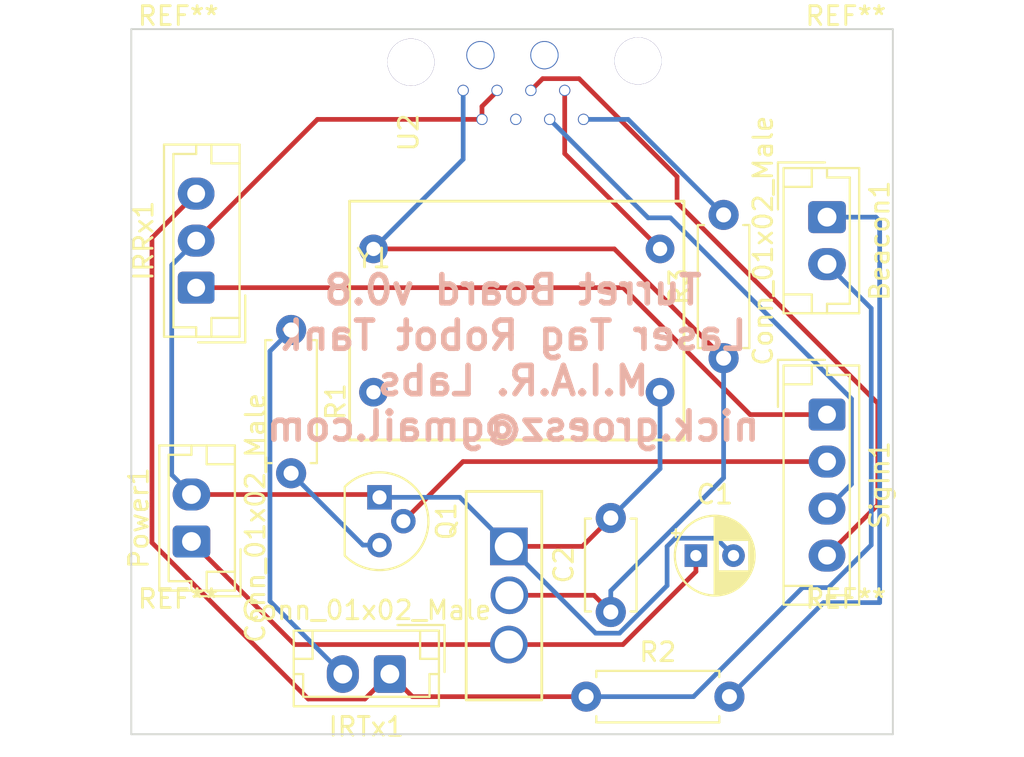
<source format=kicad_pcb>
(kicad_pcb (version 20211014) (generator pcbnew)
  (layers (0 "F.Cu" signal) (31 "B.Cu" signal) (34 "B.Paste" user) (35 "F.Paste" user) (36 "B.SilkS" user "B.Silkscreen") (37 "F.SilkS" user "F.Silkscreen") (38 "B.Mask" user) (39 "F.Mask" user) (44 "Edge.Cuts" user))
  (net 0 "")
  (net 1 "Beacon")
  (net 2 "GND")
  (net 3 "3.3V")
  (net 4 "IRSig")
  (net 5 "SDA")
  (net 6 "SLC")
  (net 7 "IRTx")
  (net 8 "5V")
  (net 9 "IRRx")
  (net 10 "RESET")
  (net 11 "Net-(U2-Pad7)")
  (net 12 "Net-(C1-Pad1)")
  (net 13 "Net-(Q1-Pad3)")
  (footprint "custom:pixart_ir" (layer "F.Cu") (at 195.25 92.5 90)
    (fp_text reference "U2" (at 0 0.5 90) (layer "F.SilkS"))
    (fp_text value "pixart_ir")
    (pad "1" thru_hole circle locked (at 2.24 3.4 90) (size 0.6 0.6) (drill 0.5) (layers *.Cu *.Mask) (net 3 "3.3V"))
    (pad "2" thru_hole circle locked (at 0.7 4.4 90) (size 0.6 0.6) (drill 0.5) (layers *.Cu *.Mask) (net 2 "GND"))
    (pad "3" thru_hole circle locked (at 2.24 5.2 90) (size 0.6 0.6) (drill 0.5) (layers *.Cu *.Mask) (net 2 "GND"))
    (pad "4" thru_hole circle locked (at 0.7 6.2 90) (size 0.6 0.6) (drill 0.5) (layers *.Cu *.Mask))
    (pad "5" thru_hole circle locked (at 2.24 7 90) (size 0.6 0.6) (drill 0.5) (layers *.Cu *.Mask) (net 6 "SLC"))
    (pad "6" thru_hole circle locked (at 0.7 8 90) (size 0.6 0.6) (drill 0.5) (layers *.Cu *.Mask) (net 5 "SDA"))
    (pad "7" thru_hole circle locked (at 2.24 8.8 90) (size 0.6 0.6) (drill 0.5) (layers *.Cu *.Mask) (net 11 "Net-(U2-Pad7)"))
    (pad "8" thru_hole circle locked (at 0.7 9.8 90) (size 0.6 0.6) (drill 0.5) (layers *.Cu *.Mask) (net 10 "RESET"))
    (pad "9" thru_hole circle locked (at 4.1148 4.318 90) (size 1.5 1.5) (drill 1.4) (layers *.Mask "B.Cu"))
    (pad "9" thru_hole circle locked (at 3.81 12.7 90) (size 2.5 2.5) (drill 2.49) (layers *.Cu *.Mask))
    (pad "9" thru_hole circle locked (at 3.74 0.62 90) (size 2.5 2.5) (drill 2.49) (layers *.Cu *.Mask))
    (pad "9" thru_hole circle locked (at 4.1148 7.7216 90) (size 1.5 1.5) (drill 1.4) (layers *.Mask "B.Cu"))
  )
  (footprint "custom:R_Axial_DIN0207_L6.3mm_D2.5mm_P7.62mm_Horizontal" (layer "F.Cu") (at 189.5 103 -90)
    (fp_text reference "R1" (at 3.81 -2.37 90) (layer "F.SilkS"))
    (fp_text value "R")
    (fp_line (start 0.54 -1.37) (end 7.08 -1.37) (layer "F.SilkS") (width 0.12))
    (fp_line (start 0.54 -1.04) (end 0.54 -1.37) (layer "F.SilkS") (width 0.12))
    (fp_line (start 0.54 1.37) (end 7.08 1.37) (layer "F.SilkS") (width 0.12))
    (fp_line (start 7.08 1.37) (end 7.08 1.04) (layer "F.SilkS") (width 0.12))
    (fp_line (start 7.08 -1.37) (end 7.08 -1.04) (layer "F.SilkS") (width 0.12))
    (fp_line (start 0.54 1.04) (end 0.54 1.37) (layer "F.SilkS") (width 0.12))
    (pad "1" thru_hole circle locked (at 0 0 270) (size 1.6 1.6) (drill 0.8) (layers *.Cu *.Mask) (net 7 "IRTx"))
    (pad "2" thru_hole oval locked (at 7.62 0 270) (size 1.6 1.6) (drill 0.8) (layers *.Cu *.Mask) (net 13 "Net-(Q1-Pad3)"))
  )
  (footprint "custom:LD1117" (layer "F.Cu") (at 202 113.5 -90)
    (fp_text reference "U1" hide)
    (fp_text value "LD1117")
    (fp_rect (start -1.915 -0.83) (end 9.175 3.19) (layer "F.SilkS") (width 0.15) (fill none))
    (pad "1" thru_hole rect (at 1.01 0.92 270) (size 2 2) (drill 1.5) (layers *.Cu *.Mask) (net 2 "GND"))
    (pad "2" thru_hole circle (at 3.61 0.89 270) (size 2 2) (drill 1.5) (layers *.Cu *.Mask) (net 3 "3.3V"))
    (pad "3" thru_hole circle (at 6.23 0.92 270) (size 2 2) (drill 1.5) (layers *.Cu *.Mask) (net 12 "Net-(C1-Pad1)"))
  )
  (footprint "MountingHole:MountingHole_2.2mm_M2" (layer "F.Cu") (at 219 89.5)
    (fp_text reference "REF**" (at 0 -3.2) (layer "F.SilkS"))
    (fp_text value "MountingHole_2.2mm_M2")
    (pad "" np_thru_hole circle (at 0 0) (size 2.2 2.2) (drill 2.2) (layers *.Cu *.Mask))
  )
  (footprint "custom:JST_EH_B4B-EH-A_1x04_P2.50mm_Vertical" (layer "F.Cu") (at 218 107.5 -90)
    (fp_text reference "SigIn1" (at 3.75 -2.8 90) (layer "F.SilkS"))
    (fp_text value "Conn_01x04_Male")
    (fp_line (start -2.61 0) (end -2.11 0) (layer "F.SilkS") (width 0.12))
    (fp_line (start -2.11 0) (end -2.11 -1.21) (layer "F.SilkS") (width 0.12))
    (fp_line (start 10.11 -1.71) (end -2.61 -1.71) (layer "F.SilkS") (width 0.12))
    (fp_line (start 10.11 0.81) (end 9.11 0.81) (layer "F.SilkS") (width 0.12))
    (fp_line (start -2.91 0.11) (end -2.91 2.61) (layer "F.SilkS") (width 0.12))
    (fp_line (start -2.11 -1.21) (end 9.61 -1.21) (layer "F.SilkS") (width 0.12))
    (fp_line (start -2.61 0.81) (end -1.61 0.81) (layer "F.SilkS") (width 0.12))
    (fp_line (start 10.11 2.31) (end 10.11 -1.71) (layer "F.SilkS") (width 0.12))
    (fp_line (start 9.11 0.81) (end 9.11 2.31) (layer "F.SilkS") (width 0.12))
    (fp_line (start -2.61 -1.71) (end -2.61 2.31) (layer "F.SilkS") (width 0.12))
    (fp_line (start -2.91 2.61) (end -0.41 2.61) (layer "F.SilkS") (width 0.12))
    (fp_line (start -2.61 2.31) (end 10.11 2.31) (layer "F.SilkS") (width 0.12))
    (fp_line (start -1.61 0.81) (end -1.61 2.31) (layer "F.SilkS") (width 0.12))
    (fp_line (start 9.61 -1.21) (end 9.61 0) (layer "F.SilkS") (width 0.12))
    (fp_line (start 9.61 0) (end 10.11 0) (layer "F.SilkS") (width 0.12))
    (pad "1" thru_hole roundrect locked (at 0 0 270) (size 1.7 1.95) (drill 0.95) (layers *.Cu *.Mask) (roundrect_rratio 0.147059) (net 9 "IRRx"))
    (pad "2" thru_hole oval locked (at 2.5 0 270) (size 1.7 1.95) (drill 0.95) (layers *.Cu *.Mask) (net 4 "IRSig"))
    (pad "3" thru_hole oval locked (at 5 0 270) (size 1.7 1.95) (drill 0.95) (layers *.Cu *.Mask) (net 5 "SDA"))
    (pad "4" thru_hole oval locked (at 7.5 0 270) (size 1.7 1.95) (drill 0.95) (layers *.Cu *.Mask) (net 6 "SLC"))
  )
  (footprint "custom:JST_EH_B2B-EH-A_1x02_P2.50mm_Vertical" (layer "F.Cu") (at 218 97 -90)
    (fp_text reference "Beacon1" (at 1.25 -2.8 90) (layer "F.SilkS"))
    (fp_text value "Conn_01x02_Male" (at 1.25 3.4 90) (layer "F.SilkS"))
    (fp_line (start -2.11 -1.21) (end 4.61 -1.21) (layer "F.SilkS") (width 0.12))
    (fp_line (start -2.91 0.11) (end -2.91 2.61) (layer "F.SilkS") (width 0.12))
    (fp_line (start -2.11 0) (end -2.11 -1.21) (layer "F.SilkS") (width 0.12))
    (fp_line (start 4.11 0.81) (end 4.11 2.31) (layer "F.SilkS") (width 0.12))
    (fp_line (start 5.11 0.81) (end 4.11 0.81) (layer "F.SilkS") (width 0.12))
    (fp_line (start 5.11 2.31) (end 5.11 -1.71) (layer "F.SilkS") (width 0.12))
    (fp_line (start 5.11 -1.71) (end -2.61 -1.71) (layer "F.SilkS") (width 0.12))
    (fp_line (start -2.91 2.61) (end -0.41 2.61) (layer "F.SilkS") (width 0.12))
    (fp_line (start -2.61 0) (end -2.11 0) (layer "F.SilkS") (width 0.12))
    (fp_line (start -2.61 2.31) (end 5.11 2.31) (layer "F.SilkS") (width 0.12))
    (fp_line (start -2.61 -1.71) (end -2.61 2.31) (layer "F.SilkS") (width 0.12))
    (fp_line (start -2.61 0.81) (end -1.61 0.81) (layer "F.SilkS") (width 0.12))
    (fp_line (start 4.61 -1.21) (end 4.61 0) (layer "F.SilkS") (width 0.12))
    (fp_line (start 4.61 0) (end 5.11 0) (layer "F.SilkS") (width 0.12))
    (fp_line (start -1.61 0.81) (end -1.61 2.31) (layer "F.SilkS") (width 0.12))
    (pad "1" thru_hole roundrect locked (at 0 0 270) (size 1.7 2) (drill 1) (layers *.Cu *.Mask) (roundrect_rratio 0.147059) (net 1 "Beacon"))
    (pad "2" thru_hole oval locked (at 2.5 0 270) (size 1.7 2) (drill 1) (layers *.Cu *.Mask) (net 8 "5V"))
  )
  (footprint "Capacitor_THT:CP_Radial_D4.0mm_P2.00mm" (layer "F.Cu") (at 211.027401 115)
    (fp_text reference "C1" (at 1 -3.25) (layer "F.SilkS"))
    (fp_text value "C_Small")
    (fp_line (start 2.401 -1.552) (end 2.401 -0.84) (layer "F.SilkS") (width 0.12))
    (fp_line (start 2.561 0.84) (end 2.561 1.396) (layer "F.SilkS") (width 0.12))
    (fp_line (start 1.841 -1.907) (end 1.841 -0.84) (layer "F.SilkS") (width 0.12))
    (fp_line (start 1.961 0.84) (end 1.961 1.851) (layer "F.SilkS") (width 0.12))
    (fp_line (start 1.4 0.84) (end 1.4 2.042) (layer "F.SilkS") (width 0.12))
    (fp_line (start 1.6 0.84) (end 1.6 1.994) (layer "F.SilkS") (width 0.12))
    (fp_line (start 2.201 -1.708) (end 2.201 -0.84) (layer "F.SilkS") (width 0.12))
    (fp_line (start 1.32 0.84) (end 1.32 2.056) (layer "F.SilkS") (width 0.12))
    (fp_line (start 1.841 0.84) (end 1.841 1.907) (layer "F.SilkS") (width 0.12))
    (fp_line (start 1.08 -2.079) (end 1.08 2.079) (layer "F.SilkS") (width 0.12))
    (fp_line (start 2.361 0.84) (end 2.361 1.587) (layer "F.SilkS") (width 0.12))
    (fp_line (start 2.681 -1.254) (end 2.681 -0.84) (layer "F.SilkS") (width 0.12))
    (fp_line (start 2.481 0.84) (end 2.481 1.478) (layer "F.SilkS") (width 0.12))
    (fp_line (start 2.121 -1.76) (end 2.121 -0.84) (layer "F.SilkS") (width 0.12))
    (fp_line (start 1.4 -2.042) (end 1.4 -0.84) (layer "F.SilkS") (width 0.12))
    (fp_line (start 1.961 -1.851) (end 1.961 -0.84) (layer "F.SilkS") (width 0.12))
    (fp_line (start 2.841 -1.013) (end 2.841 1.013) (layer "F.SilkS") (width 0.12))
    (fp_line (start 1.921 -1.87) (end 1.921 -0.84) (layer "F.SilkS") (width 0.12))
    (fp_line (start 2.361 -1.587) (end 2.361 -0.84) (layer "F.SilkS") (width 0.12))
    (fp_line (start 2.121 0.84) (end 2.121 1.76) (layer "F.SilkS") (width 0.12))
    (fp_line (start 1.721 -1.954) (end 1.721 -0.84) (layer "F.SilkS") (width 0.12))
    (fp_line (start 2.521 -1.438) (end 2.521 -0.84) (layer "F.SilkS") (width 0.12))
    (fp_line (start 2.801 -1.08) (end 2.801 -0.84) (layer "F.SilkS") (width 0.12))
    (fp_line (start 1.801 -1.924) (end 1.801 -0.84) (layer "F.SilkS") (width 0.12))
    (fp_line (start 2.521 0.84) (end 2.521 1.438) (layer "F.SilkS") (width 0.12))
    (fp_line (start 3.081 -0.37) (end 3.081 0.37) (layer "F.SilkS") (width 0.12))
    (fp_line (start 1.16 -2.074) (end 1.16 2.074) (layer "F.SilkS") (width 0.12))
    (fp_line (start 2.161 -1.735) (end 2.161 -0.84) (layer "F.SilkS") (width 0.12))
    (fp_line (start 1.32 -2.056) (end 1.32 -0.84) (layer "F.SilkS") (width 0.12))
    (fp_line (start 1.44 -2.034) (end 1.44 -0.84) (layer "F.SilkS") (width 0.12))
    (fp_line (start 1.2 -2.071) (end 1.2 -0.84) (layer "F.SilkS") (width 0.12))
    (fp_line (start 1.44 0.84) (end 1.44 2.034) (layer "F.SilkS") (width 0.12))
    (fp_line (start 2.481 -1.478) (end 2.481 -0.84) (layer "F.SilkS") (width 0.12))
    (fp_line (start 1.68 -1.968) (end 1.68 -0.84) (layer "F.SilkS") (width 0.12))
    (fp_line (start 2.761 -1.142) (end 2.761 -0.84) (layer "F.SilkS") (width 0.12))
    (fp_line (start 2.041 0.84) (end 2.041 1.808) (layer "F.SilkS") (width 0.12))
    (fp_line (start 1.6 -1.994) (end 1.6 -0.84) (layer "F.SilkS") (width 0.12))
    (fp_line (start 1.881 -1.889) (end 1.881 -0.84) (layer "F.SilkS") (width 0.12))
    (fp_line (start 2.081 0.84) (end 2.081 1.785) (layer "F.SilkS") (width 0.12))
    (fp_line (start 1.36 0.84) (end 1.36 2.05) (layer "F.SilkS") (width 0.12))
    (fp_line (start 2.281 0.84) (end 2.281 1.65) (layer "F.SilkS") (width 0.12))
    (fp_line (start 1.24 -2.067) (end 1.24 -0.84) (layer "F.SilkS") (width 0.12))
    (fp_line (start 1.801 0.84) (end 1.801 1.924) (layer "F.SilkS") (width 0.12))
    (fp_line (start 1.04 -2.08) (end 1.04 2.08) (layer "F.SilkS") (width 0.12))
    (fp_line (start 1.64 -1.982) (end 1.64 -0.84) (layer "F.SilkS") (width 0.12))
    (fp_line (start 1.48 0.84) (end 1.48 2.025) (layer "F.SilkS") (width 0.12))
    (fp_line (start 1.36 -2.05) (end 1.36 -0.84) (layer "F.SilkS") (width 0.12))
    (fp_line (start 2.241 0.84) (end 2.241 1.68) (layer "F.SilkS") (width 0.12))
    (fp_line (start 1.56 -2.005) (end 1.56 -0.84) (layer "F.SilkS") (width 0.12))
    (fp_line (start 2.961 -0.768) (end 2.961 0.768) (layer "F.SilkS") (width 0.12))
    (fp_line (start 1.761 0.84) (end 1.761 1.94) (layer "F.SilkS") (width 0.12))
    (fp_line (start 1.921 0.84) (end 1.921 1.87) (layer "F.SilkS") (width 0.12))
    (fp_line (start 1 -2.08) (end 1 2.08) (layer "F.SilkS") (width 0.12))
    (fp_line (start 2.721 0.84) (end 2.721 1.2) (layer "F.SilkS") (width 0.12))
    (fp_line (start 2.081 -1.785) (end 2.081 -0.84) (layer "F.SilkS") (width 0.12))
    (fp_line (start 1.52 -2.016) (end 1.52 -0.84) (layer "F.SilkS") (width 0.12))
    (fp_line (start 1.28 -2.062) (end 1.28 -0.84) (layer "F.SilkS") (width 0.12))
    (fp_line (start 2.001 0.84) (end 2.001 1.83) (layer "F.SilkS") (width 0.12))
    (fp_line (start 3.001 -0.664) (end 3.001 0.664) (layer "F.SilkS") (width 0.12))
    (fp_line (start 2.641 0.84) (end 2.641 1.304) (layer "F.SilkS") (width 0.12))
    (fp_line (start 2.441 -1.516) (end 2.441 -0.84) (layer "F.SilkS") (width 0.12))
    (fp_line (start 2.681 0.84) (end 2.681 1.254) (layer "F.SilkS") (width 0.12))
    (fp_line (start 3.041 -0.537) (end 3.041 0.537) (layer "F.SilkS") (width 0.12))
    (fp_line (start 2.321 -1.619) (end 2.321 -0.84) (layer "F.SilkS") (width 0.12))
    (fp_line (start 1.68 0.84) (end 1.68 1.968) (layer "F.SilkS") (width 0.12))
    (fp_line (start 2.001 -1.83) (end 2.001 -0.84) (layer "F.SilkS") (width 0.12))
    (fp_line (start 2.561 -1.396) (end 2.561 -0.84) (layer "F.SilkS") (width 0.12))
    (fp_line (start 2.601 -1.351) (end 2.601 -0.84) (layer "F.SilkS") (width 0.12))
    (fp_line (start 1.721 0.84) (end 1.721 1.954) (layer "F.SilkS") (width 0.12))
    (fp_line (start 1.2 0.84) (end 1.2 2.071) (layer "F.SilkS") (width 0.12))
    (fp_line (start 1.64 0.84) (end 1.64 1.982) (layer "F.SilkS") (width 0.12))
    (fp_line (start 1.52 0.84) (end 1.52 2.016) (layer "F.SilkS") (width 0.12))
    (fp_line (start 1.28 0.84) (end 1.28 2.062) (layer "F.SilkS") (width 0.12))
    (fp_line (start 2.241 -1.68) (end 2.241 -0.84) (layer "F.SilkS") (width 0.12))
    (fp_line (start 2.801 0.84) (end 2.801 1.08) (layer "F.SilkS") (width 0.12))
    (fp_line (start 2.161 0.84) (end 2.161 1.735) (layer "F.SilkS") (width 0.12))
    (fp_line (start 1.12 -2.077) (end 1.12 2.077) (layer "F.SilkS") (width 0.12))
    (fp_line (start 2.441 0.84) (end 2.441 1.516) (layer "F.SilkS") (width 0.12))
    (fp_line (start 2.721 -1.2) (end 2.721 -0.84) (layer "F.SilkS") (width 0.12))
    (fp_line (start 1.761 -1.94) (end 1.761 -0.84) (layer "F.SilkS") (width 0.12))
    (fp_line (start 2.201 0.84) (end 2.201 1.708) (layer "F.SilkS") (width 0.12))
    (fp_line (start 1.56 0.84) (end 1.56 2.005) (layer "F.SilkS") (width 0.12))
    (fp_line (start 2.321 0.84) (end 2.321 1.619) (layer "F.SilkS") (width 0.12))
    (fp_line (start 2.761 0.84) (end 2.761 1.142) (layer "F.SilkS") (width 0.12))
    (fp_line (start 2.881 -0.94) (end 2.881 0.94) (layer "F.SilkS") (width 0.12))
    (fp_line (start 2.641 -1.304) (end 2.641 -0.84) (layer "F.SilkS") (width 0.12))
    (fp_line (start 1.48 -2.025) (end 1.48 -0.84) (layer "F.SilkS") (width 0.12))
    (fp_line (start 2.921 -0.859) (end 2.921 0.859) (layer "F.SilkS") (width 0.12))
    (fp_line (start 2.401 0.84) (end 2.401 1.552) (layer "F.SilkS") (width 0.12))
    (fp_line (start -1.069801 -1.395) (end -1.069801 -0.995) (layer "F.SilkS") (width 0.12))
    (fp_line (start 1.24 0.84) (end 1.24 2.067) (layer "F.SilkS") (width 0.12))
    (fp_line (start -1.269801 -1.195) (end -0.869801 -1.195) (layer "F.SilkS") (width 0.12))
    (fp_line (start 1.881 0.84) (end 1.881 1.889) (layer "F.SilkS") (width 0.12))
    (fp_line (start 2.281 -1.65) (end 2.281 -0.84) (layer "F.SilkS") (width 0.12))
    (fp_line (start 2.601 0.84) (end 2.601 1.351) (layer "F.SilkS") (width 0.12))
    (fp_line (start 2.041 -1.808) (end 2.041 -0.84) (layer "F.SilkS") (width 0.12))
    (fp_circle (center 1 0) (end 3.12 0) (layer "F.SilkS") (width 0.12) (fill none))
    (pad "1" thru_hole rect (at 0 0) (size 1.2 1.2) (drill 0.6) (layers *.Cu *.Mask) (net 12 "Net-(C1-Pad1)"))
    (pad "2" thru_hole circle (at 2 0) (size 1.2 1.2) (drill 0.6) (layers *.Cu *.Mask) (net 2 "GND"))
  )
  (footprint "custom:JST_EH_B2B-EH-A_1x02_P2.50mm_Vertical" (layer "F.Cu") (at 194.75 121.3 180)
    (fp_text reference "IRTx1" (at 1.25 -2.8) (layer "F.SilkS"))
    (fp_text value "Conn_01x02_Male" (at 1.25 3.4) (layer "F.SilkS"))
    (fp_line (start -2.61 2.31) (end 5.11 2.31) (layer "F.SilkS") (width 0.12))
    (fp_line (start 4.61 0) (end 5.11 0) (layer "F.SilkS") (width 0.12))
    (fp_line (start 4.11 0.81) (end 4.11 2.31) (layer "F.SilkS") (width 0.12))
    (fp_line (start 4.61 -1.21) (end 4.61 0) (layer "F.SilkS") (width 0.12))
    (fp_line (start 5.11 0.81) (end 4.11 0.81) (layer "F.SilkS") (width 0.12))
    (fp_line (start -2.11 -1.21) (end 4.61 -1.21) (layer "F.SilkS") (width 0.12))
    (fp_line (start -2.61 0.81) (end -1.61 0.81) (layer "F.SilkS") (width 0.12))
    (fp_line (start -1.61 0.81) (end -1.61 2.31) (layer "F.SilkS") (width 0.12))
    (fp_line (start -2.91 2.61) (end -0.41 2.61) (layer "F.SilkS") (width 0.12))
    (fp_line (start -2.91 0.11) (end -2.91 2.61) (layer "F.SilkS") (width 0.12))
    (fp_line (start -2.61 0) (end -2.11 0) (layer "F.SilkS") (width 0.12))
    (fp_line (start 5.11 2.31) (end 5.11 -1.71) (layer "F.SilkS") (width 0.12))
    (fp_line (start -2.11 0) (end -2.11 -1.21) (layer "F.SilkS") (width 0.12))
    (fp_line (start -2.61 -1.71) (end -2.61 2.31) (layer "F.SilkS") (width 0.12))
    (fp_line (start 5.11 -1.71) (end -2.61 -1.71) (layer "F.SilkS") (width 0.12))
    (pad "1" thru_hole roundrect locked (at 0 0 180) (size 1.7 2) (drill 1) (layers *.Cu *.Mask) (roundrect_rratio 0.147059) (net 8 "5V"))
    (pad "2" thru_hole oval locked (at 2.5 0 180) (size 1.7 2) (drill 1) (layers *.Cu *.Mask) (net 7 "IRTx"))
  )
  (footprint "custom:R_Axial_DIN0207_L6.3mm_D2.5mm_P7.62mm_Horizontal" (layer "F.Cu") (at 205.19 122.5)
    (fp_text reference "R2" (at 3.81 -2.37) (layer "F.SilkS"))
    (fp_text value "R")
    (fp_line (start 0.54 -1.04) (end 0.54 -1.37) (layer "F.SilkS") (width 0.12))
    (fp_line (start 0.54 1.04) (end 0.54 1.37) (layer "F.SilkS") (width 0.12))
    (fp_line (start 7.08 1.37) (end 7.08 1.04) (layer "F.SilkS") (width 0.12))
    (fp_line (start 0.54 1.37) (end 7.08 1.37) (layer "F.SilkS") (width 0.12))
    (fp_line (start 7.08 -1.37) (end 7.08 -1.04) (layer "F.SilkS") (width 0.12))
    (fp_line (start 0.54 -1.37) (end 7.08 -1.37) (layer "F.SilkS") (width 0.12))
    (pad "1" thru_hole circle locked (at 0 0) (size 1.6 1.6) (drill 0.8) (layers *.Cu *.Mask) (net 8 "5V"))
    (pad "2" thru_hole oval locked (at 7.62 0) (size 1.6 1.6) (drill 0.8) (layers *.Cu *.Mask) (net 1 "Beacon"))
  )
  (footprint "MountingHole:MountingHole_2.2mm_M2" (layer "F.Cu") (at 219 120.5)
    (fp_text reference "REF**" (at 0 -3.2) (layer "F.SilkS"))
    (fp_text value "MountingHole_2.2mm_M2")
    (pad "" np_thru_hole circle (at 0 0) (size 2.2 2.2) (drill 2.2) (layers *.Cu *.Mask))
  )
  (footprint "custom:ECS-100AX" (layer "F.Cu") (at 193.88 98.69)
    (fp_text reference "Y1" (at 0 0.5) (layer "F.SilkS"))
    (fp_text value "Crystal_4pin")
    (fp_line (start -1.27 -2.54) (end 16.51 -2.54) (layer "F.SilkS") (width 0.15))
    (fp_line (start 16.51 -2.54) (end 16.51 10.16) (layer "F.SilkS") (width 0.15))
    (fp_line (start 16.51 10.16) (end -1.27 10.16) (layer "F.SilkS") (width 0.15))
    (fp_line (start -1.27 10.16) (end -1.27 -2.54) (layer "F.SilkS") (width 0.15))
    (pad "1" thru_hole circle locked (at 0 7.62) (size 1.524 1.524) (drill 0.762) (layers *.Cu *.Mask))
    (pad "7" thru_hole circle locked (at 15.24 7.62) (size 1.524 1.524) (drill 0.762) (layers *.Cu *.Mask) (net 2 "GND"))
    (pad "8" thru_hole circle locked (at 15.24 0) (size 1.524 1.524) (drill 0.762) (layers *.Cu *.Mask) (net 11 "Net-(U2-Pad7)"))
    (pad "14" thru_hole circle locked (at 0 0) (size 1.524 1.524) (drill 0.762) (layers *.Cu *.Mask) (net 3 "3.3V"))
  )
  (footprint "custom:R_Axial_DIN0207_L6.3mm_D2.5mm_P7.62mm_Horizontal" (layer "F.Cu") (at 212.5 104.5 90)
    (fp_text reference "R3" (at 3.81 -2.37 90) (layer "F.SilkS"))
    (fp_text value "R")
    (fp_line (start 7.08 -1.37) (end 7.08 -1.04) (layer "F.SilkS") (width 0.12))
    (fp_line (start 7.08 1.37) (end 7.08 1.04) (layer "F.SilkS") (width 0.12))
    (fp_line (start 0.54 -1.04) (end 0.54 -1.37) (layer "F.SilkS") (width 0.12))
    (fp_line (start 0.54 1.04) (end 0.54 1.37) (layer "F.SilkS") (width 0.12))
    (fp_line (start 0.54 1.37) (end 7.08 1.37) (layer "F.SilkS") (width 0.12))
    (fp_line (start 0.54 -1.37) (end 7.08 -1.37) (layer "F.SilkS") (width 0.12))
    (pad "1" thru_hole circle locked (at 0 0 90) (size 1.6 1.6) (drill 0.8) (layers *.Cu *.Mask) (net 3 "3.3V"))
    (pad "2" thru_hole oval locked (at 7.62 0 90) (size 1.6 1.6) (drill 0.8) (layers *.Cu *.Mask) (net 10 "RESET"))
  )
  (footprint "MountingHole:MountingHole_2.2mm_M2" (layer "F.Cu") (at 183.5 89.5)
    (fp_text reference "REF**" (at 0 -3.2) (layer "F.SilkS"))
    (fp_text value "MountingHole_2.2mm_M2")
    (pad "" np_thru_hole circle (at 0 0) (size 2.2 2.2) (drill 2.2) (layers *.Cu *.Mask))
  )
  (footprint "custom:JST_EH_B3B-EH-A_1x03_P2.50mm_Vertical" (layer "F.Cu") (at 184.45 100.75 90)
    (fp_text reference "IRRx1" (at 2.5 -2.8 90) (layer "F.SilkS"))
    (fp_text value "Conn_01x03_Male")
    (fp_line (start -2.61 0.81) (end -1.61 0.81) (layer "F.SilkS") (width 0.12))
    (fp_line (start -2.91 0.11) (end -2.91 2.61) (layer "F.SilkS") (width 0.12))
    (fp_line (start -2.91 2.61) (end -0.41 2.61) (layer "F.SilkS") (width 0.12))
    (fp_line (start -1.61 0.81) (end -1.61 2.31) (layer "F.SilkS") (width 0.12))
    (fp_line (start 7.61 2.31) (end 7.61 -1.71) (layer "F.SilkS") (width 0.12))
    (fp_line (start -2.61 0) (end -2.11 0) (layer "F.SilkS") (width 0.12))
    (fp_line (start -2.11 0) (end -2.11 -1.21) (layer "F.SilkS") (width 0.12))
    (fp_line (start -2.11 -1.21) (end 7.11 -1.21) (layer "F.SilkS") (width 0.12))
    (fp_line (start -2.61 2.31) (end 7.61 2.31) (layer "F.SilkS") (width 0.12))
    (fp_line (start 7.61 -1.71) (end -2.61 -1.71) (layer "F.SilkS") (width 0.12))
    (fp_line (start 7.11 -1.21) (end 7.11 0) (layer "F.SilkS") (width 0.12))
    (fp_line (start -2.61 -1.71) (end -2.61 2.31) (layer "F.SilkS") (width 0.12))
    (fp_line (start 7.11 0) (end 7.61 0) (layer "F.SilkS") (width 0.12))
    (fp_line (start 6.61 0.81) (end 6.61 2.31) (layer "F.SilkS") (width 0.12))
    (fp_line (start 7.61 0.81) (end 6.61 0.81) (layer "F.SilkS") (width 0.12))
    (pad "1" thru_hole roundrect locked (at 0 0 90) (size 1.7 1.95) (drill 0.95) (layers *.Cu *.Mask) (roundrect_rratio 0.147059) (net 9 "IRRx"))
    (pad "2" thru_hole oval locked (at 2.5 0 90) (size 1.7 1.95) (drill 0.95) (layers *.Cu *.Mask) (net 2 "GND"))
    (pad "3" thru_hole oval locked (at 5 0 90) (size 1.7 1.95) (drill 0.95) (layers *.Cu *.Mask) (net 8 "5V"))
  )
  (footprint "MountingHole:MountingHole_2.2mm_M2" (layer "F.Cu") (at 183.5 120.5)
    (fp_text reference "REF**" (at 0 -3.2) (layer "F.SilkS"))
    (fp_text value "MountingHole_2.2mm_M2")
    (pad "" np_thru_hole circle (at 0 0) (size 2.2 2.2) (drill 2.2) (layers *.Cu *.Mask))
  )
  (footprint "custom:TO-92" (layer "F.Cu") (at 194.2 111.9 -90)
    (fp_text reference "Q1" (at 1.27 -3.56 90) (layer "F.SilkS"))
    (fp_text value "2N3904")
    (fp_line (start -0.53 1.85) (end 3.07 1.85) (layer "F.SilkS") (width 0.12))
    (fp_arc (start 1.27 -2.6) (mid 3.672087 -0.994977) (end 3.108478 1.838478) (layer "F.SilkS") (width 0.12))
    (fp_arc (start -0.568478 1.838478) (mid -1.132087 -0.994977) (end 1.27 -2.6) (layer "F.SilkS") (width 0.12))
    (pad "1" thru_hole rect locked (at 0 0 270) (size 1.3 1.3) (drill 0.75) (layers *.Cu *.Mask) (net 2 "GND"))
    (pad "2" thru_hole circle locked (at 1.27 -1.27 270) (size 1.3 1.3) (drill 0.75) (layers *.Cu *.Mask) (net 4 "IRSig"))
    (pad "3" thru_hole circle locked (at 2.54 0 270) (size 1.3 1.3) (drill 0.75) (layers *.Cu *.Mask) (net 13 "Net-(Q1-Pad3)"))
  )
  (footprint "Capacitor_THT:C_Disc_D4.7mm_W2.5mm_P5.00mm" (layer "F.Cu") (at 206.5 118 90)
    (fp_text reference "C2" (at 2.5 -2.5 90) (layer "F.SilkS"))
    (fp_text value "C_Polarized_Small")
    (fp_line (start 0.03 1.055) (end 0.03 1.37) (layer "F.SilkS") (width 0.12))
    (fp_line (start 0.03 1.37) (end 4.97 1.37) (layer "F.SilkS") (width 0.12))
    (fp_line (start 4.97 -1.37) (end 4.97 -1.055) (layer "F.SilkS") (width 0.12))
    (fp_line (start 0.03 -1.37) (end 0.03 -1.055) (layer "F.SilkS") (width 0.12))
    (fp_line (start 0.03 -1.37) (end 4.97 -1.37) (layer "F.SilkS") (width 0.12))
    (fp_line (start 4.97 1.055) (end 4.97 1.37) (layer "F.SilkS") (width 0.12))
    (pad "1" thru_hole circle (at 0 0 90) (size 1.6 1.6) (drill 0.8) (layers *.Cu *.Mask) (net 3 "3.3V"))
    (pad "2" thru_hole circle (at 5 0 90) (size 1.6 1.6) (drill 0.8) (layers *.Cu *.Mask) (net 2 "GND"))
  )
  (footprint "custom:JST_EH_B2B-EH-A_1x02_P2.50mm_Vertical" (layer "F.Cu") (at 184.2 114.25 90)
    (fp_text reference "Power1" (at 1.25 -2.8 90) (layer "F.SilkS"))
    (fp_text value "Conn_01x02_Male" (at 1.25 3.4 90) (layer "F.SilkS"))
    (fp_line (start -2.61 0.81) (end -1.61 0.81) (layer "F.SilkS") (width 0.12))
    (fp_line (start 4.61 0) (end 5.11 0) (layer "F.SilkS") (width 0.12))
    (fp_line (start -2.11 0) (end -2.11 -1.21) (layer "F.SilkS") (width 0.12))
    (fp_line (start 4.11 0.81) (end 4.11 2.31) (layer "F.SilkS") (width 0.12))
    (fp_line (start 4.61 -1.21) (end 4.61 0) (layer "F.SilkS") (width 0.12))
    (fp_line (start -2.91 0.11) (end -2.91 2.61) (layer "F.SilkS") (width 0.12))
    (fp_line (start -1.61 0.81) (end -1.61 2.31) (layer "F.SilkS") (width 0.12))
    (fp_line (start -2.61 0) (end -2.11 0) (layer "F.SilkS") (width 0.12))
    (fp_line (start -2.91 2.61) (end -0.41 2.61) (layer "F.SilkS") (width 0.12))
    (fp_line (start -2.11 -1.21) (end 4.61 -1.21) (layer "F.SilkS") (width 0.12))
    (fp_line (start 5.11 0.81) (end 4.11 0.81) (layer "F.SilkS") (width 0.12))
    (fp_line (start -2.61 -1.71) (end -2.61 2.31) (layer "F.SilkS") (width 0.12))
    (fp_line (start 5.11 -1.71) (end -2.61 -1.71) (layer "F.SilkS") (width 0.12))
    (fp_line (start 5.11 2.31) (end 5.11 -1.71) (layer "F.SilkS") (width 0.12))
    (fp_line (start -2.61 2.31) (end 5.11 2.31) (layer "F.SilkS") (width 0.12))
    (pad "1" thru_hole roundrect locked (at 0 0 90) (size 1.7 2) (drill 1) (layers *.Cu *.Mask) (roundrect_rratio 0.147059) (net 12 "Net-(C1-Pad1)"))
    (pad "2" thru_hole oval locked (at 2.5 0 90) (size 1.7 2) (drill 1) (layers *.Cu *.Mask) (net 2 "GND"))
  )
  (gr_line (start 221.5 87) (end 221.5 124.5) (layer "Edge.Cuts") (width 0.1))
  (gr_line (start 181 124.5) (end 181 87) (layer "Edge.Cuts") (width 0.1))
  (gr_line (start 221.5 87) (end 181 87) (layer "Edge.Cuts") (width 0.1))
  (gr_line (start 221.5 124.5) (end 181 124.5) (layer "Edge.Cuts") (width 0.1))
  (gr_text "Turret Board v0.8\nLaser Tag Robot Tank\nM.I.A.R. Labs\nnick.groesz@gmail.com" (at 201.3 104.5) (layer "B.SilkS") (effects (font (size 1.5 1.5) (thickness 0.3)) (justify mirror)))
  (segment (start 220.8 97.2) (end 220.6 97) (width 0.25) (layer "B.Cu") (net 1))
  (segment (start 217.81 117.5) (end 220.8 117.5) (width 0.25) (layer "B.Cu") (net 1))
  (segment (start 220.6 97) (end 218 97) (width 0.25) (layer "B.Cu") (net 1))
  (segment (start 217.81 117.5) (end 212.81 122.5) (width 0.25) (layer "B.Cu") (net 1))
  (segment (start 220.8 117.5) (end 220.8 97.2) (width 0.25) (layer "B.Cu") (net 1))
  (segment (start 199.65 91.8) (end 190.9 91.8) (width 0.25) (layer "F.Cu") (net 2))
  (segment (start 184.2 111.75) (end 194.05 111.75) (width 0.25) (layer "F.Cu") (net 2))
  (segment (start 190.9 91.8) (end 184.45 98.25) (width 0.25) (layer "F.Cu") (net 2))
  (segment (start 200.45 90.31) (end 200.45 90.26) (width 0.25) (layer "F.Cu") (net 2))
  (segment (start 194.05 111.75) (end 194.2 111.9) (width 0.25) (layer "F.Cu") (net 2))
  (segment (start 199.65 91.8) (end 199.65 91.11) (width 0.25) (layer "F.Cu") (net 2))
  (segment (start 201.08 114.51) (end 204.99 114.51) (width 0.25) (layer "F.Cu") (net 2))
  (segment (start 199.65 91.11) (end 200.45 90.31) (width 0.25) (layer "F.Cu") (net 2))
  (segment (start 204.99 114.51) (end 206.5 113) (width 0.25) (layer "F.Cu") (net 2))
  (segment (start 209.494348 116.595952) (end 209.494348 114.51) (width 0.25) (layer "B.Cu") (net 2))
  (segment (start 206.965789 119.124511) (end 209.494348 116.595952) (width 0.25) (layer "B.Cu") (net 2))
  (segment (start 209.12 106.31) (end 209.12 110.38) (width 0.25) (layer "B.Cu") (net 2))
  (segment (start 205.694511 119.124511) (end 206.965789 119.124511) (width 0.25) (layer "B.Cu") (net 2))
  (segment (start 184.45 98.25) (end 183.15048 99.54952) (width 0.25) (layer "B.Cu") (net 2))
  (segment (start 209.12 110.38) (end 206.5 113) (width 0.25) (layer "B.Cu") (net 2))
  (segment (start 183.15048 110.70048) (end 184.2 111.75) (width 0.25) (layer "B.Cu") (net 2))
  (segment (start 198.47 111.9) (end 201.08 114.51) (width 0.25) (layer "B.Cu") (net 2))
  (segment (start 183.15048 99.54952) (end 183.15048 110.70048) (width 0.25) (layer "B.Cu") (net 2))
  (segment (start 201.08 114.51) (end 205.694511 119.124511) (width 0.25) (layer "B.Cu") (net 2))
  (segment (start 212.10289 114.075489) (end 213.027401 115) (width 0.25) (layer "B.Cu") (net 2))
  (segment (start 194.2 111.9) (end 198.47 111.9) (width 0.25) (layer "B.Cu") (net 2))
  (segment (start 209.494348 114.51) (end 209.928859 114.075489) (width 0.25) (layer "B.Cu") (net 2))
  (segment (start 209.928859 114.075489) (end 212.10289 114.075489) (width 0.25) (layer "B.Cu") (net 2))
  (segment (start 205.61 117.11) (end 206.5 118) (width 0.25) (layer "F.Cu") (net 3))
  (segment (start 201.11 117.11) (end 205.61 117.11) (width 0.25) (layer "F.Cu") (net 3))
  (segment (start 206.69 98.69) (end 212.5 104.5) (width 0.25) (layer "F.Cu") (net 3))
  (segment (start 193.88 98.69) (end 206.69 98.69) (width 0.25) (layer "F.Cu") (net 3))
  (segment (start 198.65 90.26) (end 198.65 93.92) (width 0.25) (layer "B.Cu") (net 3))
  (segment (start 206.5 118) (end 206.5 116.86863) (width 0.25) (layer "B.Cu") (net 3))
  (segment (start 206.5 116.86863) (end 212.5 110.86863) (width 0.25) (layer "B.Cu") (net 3))
  (segment (start 212.5 110.86863) (end 212.5 104.5) (width 0.25) (layer "B.Cu") (net 3))
  (segment (start 198.65 93.92) (end 193.88 98.69) (width 0.25) (layer "B.Cu") (net 3))
  (segment (start 198.64 110) (end 218 110) (width 0.25) (layer "F.Cu") (net 4))
  (segment (start 195.47 113.17) (end 198.64 110) (width 0.25) (layer "F.Cu") (net 4))
  (segment (start 203.25 91.8) (end 208.486022 97.036022) (width 0.25) (layer "B.Cu") (net 5))
  (segment (start 219.3 106.662507) (end 219.3 111.2) (width 0.25) (layer "B.Cu") (net 5))
  (segment (start 209.673515 97.036022) (end 219.3 106.662507) (width 0.25) (layer "B.Cu") (net 5))
  (segment (start 208.486022 97.036022) (end 209.673515 97.036022) (width 0.25) (layer "B.Cu") (net 5))
  (segment (start 219.3 111.2) (end 218 112.5) (width 0.25) (layer "B.Cu") (net 5))
  (segment (start 210.024655 94.844999) (end 210.024655 96.224655) (width 0.25) (layer "F.Cu") (net 6))
  (segment (start 202.875001 89.634999) (end 204.814655 89.634999) (width 0.25) (layer "F.Cu") (net 6))
  (segment (start 220.7 106.9) (end 220.7 112.3) (width 0.25) (layer "F.Cu") (net 6))
  (segment (start 204.814655 89.634999) (end 210.024655 94.844999) (width 0.25) (layer "F.Cu") (net 6))
  (segment (start 210.024655 96.224655) (end 220.7 106.9) (width 0.25) (layer "F.Cu") (net 6))
  (segment (start 202.25 90.26) (end 202.875001 89.634999) (width 0.25) (layer "F.Cu") (net 6))
  (segment (start 220.7 112.3) (end 218 115) (width 0.25) (layer "F.Cu") (net 6))
  (segment (start 188.375489 104.124511) (end 188.375489 117.425489) (width 0.25) (layer "B.Cu") (net 7))
  (segment (start 188.375489 117.425489) (end 192.25 121.3) (width 0.25) (layer "B.Cu") (net 7))
  (segment (start 189.5 103) (end 188.375489 104.124511) (width 0.25) (layer "B.Cu") (net 7))
  (segment (start 182.1 114.312493) (end 190.412027 122.62452) (width 0.25) (layer "F.Cu") (net 8))
  (segment (start 182.1 98.1) (end 182.1 114.312493) (width 0.25) (layer "F.Cu") (net 8))
  (segment (start 195.95 122.5) (end 205.19 122.5) (width 0.25) (layer "F.Cu") (net 8))
  (segment (start 190.412027 122.62452) (end 193.42548 122.62452) (width 0.25) (layer "F.Cu") (net 8))
  (segment (start 193.42548 122.62452) (end 194.75 121.3) (width 0.25) (layer "F.Cu") (net 8))
  (segment (start 194.75 121.3) (end 195.95 122.5) (width 0.25) (layer "F.Cu") (net 8))
  (segment (start 184.45 95.75) (end 182.1 98.1) (width 0.25) (layer "F.Cu") (net 8))
  (segment (start 218.086022 116.7) (end 220.35048 114.435542) (width 0.25) (layer "B.Cu") (net 8))
  (segment (start 220.35048 101.85048) (end 218 99.5) (width 0.25) (layer "B.Cu") (net 8))
  (segment (start 205.19 122.5) (end 210.9 122.5) (width 0.25) (layer "B.Cu") (net 8))
  (segment (start 216.7 116.7) (end 218.086022 116.7) (width 0.25) (layer "B.Cu") (net 8))
  (segment (start 220.35048 114.435542) (end 220.35048 101.85048) (width 0.25) (layer "B.Cu") (net 8))
  (segment (start 210.9 122.5) (end 216.7 116.7) (width 0.25) (layer "B.Cu") (net 8))
  (segment (start 184.45 100.75) (end 207.1597 100.75) (width 0.25) (layer "F.Cu") (net 9))
  (segment (start 207.1597 100.75) (end 213.9097 107.5) (width 0.25) (layer "F.Cu") (net 9))
  (segment (start 213.9097 107.5) (end 218 107.5) (width 0.25) (layer "F.Cu") (net 9))
  (segment (start 207.42 91.8) (end 212.5 96.88) (width 0.25) (layer "B.Cu") (net 10))
  (segment (start 205.05 91.8) (end 207.42 91.8) (width 0.25) (layer "B.Cu") (net 10))
  (segment (start 204.05 90.26) (end 204.05 93.62) (width 0.25) (layer "F.Cu") (net 11))
  (segment (start 204.05 93.62) (end 209.12 98.69) (width 0.25) (layer "F.Cu") (net 11))
  (segment (start 189.68 119.73) (end 201.08 119.73) (width 0.25) (layer "F.Cu") (net 12))
  (segment (start 184.2 114.25) (end 189.68 119.73) (width 0.25) (layer "F.Cu") (net 12))
  (segment (start 207.147401 119.73) (end 211.027401 115.85) (width 0.25) (layer "F.Cu") (net 12))
  (segment (start 201.08 119.73) (end 207.147401 119.73) (width 0.25) (layer "F.Cu") (net 12))
  (segment (start 211.027401 115.85) (end 211.027401 115) (width 0.25) (layer "F.Cu") (net 12))
  (segment (start 189.5 110.62) (end 193.32 114.44) (width 0.25) (layer "B.Cu") (net 13))
  (segment (start 193.32 114.44) (end 194.2 114.44) (width 0.25) (layer "B.Cu") (net 13))
)
</source>
